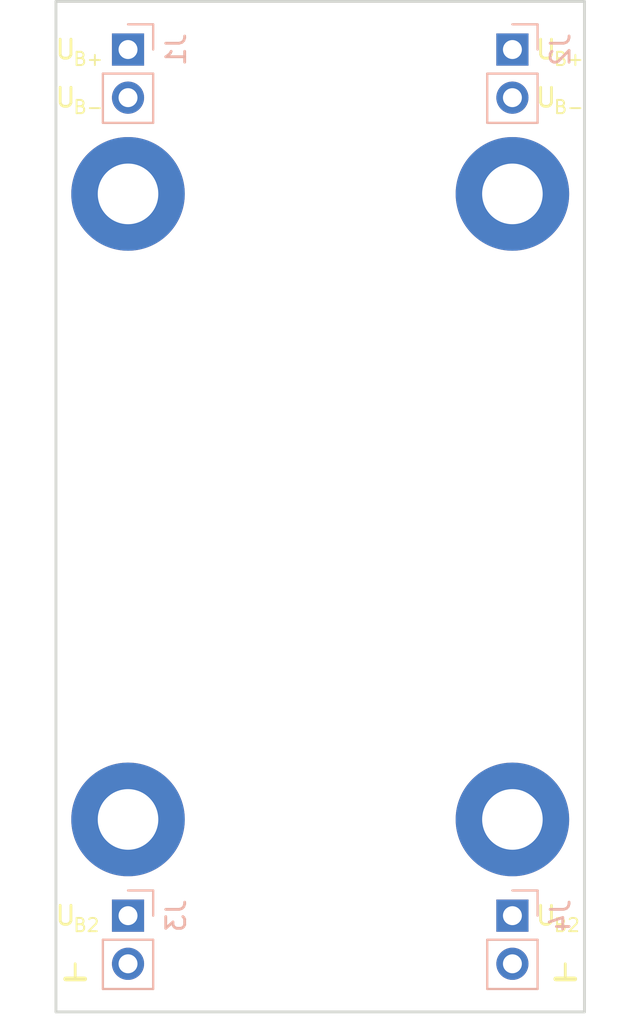
<source format=kicad_pcb>
(kicad_pcb (version 20171130) (host pcbnew 5.0.2+dfsg1-1~bpo9+1)

  (general
    (thickness 1.6)
    (drawings 4)
    (tracks 4)
    (zones 0)
    (modules 12)
    (nets 5)
  )

  (page A4)
  (layers
    (0 F.Cu signal)
    (31 B.Cu signal)
    (32 B.Adhes user)
    (33 F.Adhes user)
    (34 B.Paste user)
    (35 F.Paste user)
    (36 B.SilkS user)
    (37 F.SilkS user)
    (38 B.Mask user)
    (39 F.Mask user)
    (40 Dwgs.User user)
    (41 Cmts.User user)
    (42 Eco1.User user)
    (43 Eco2.User user)
    (44 Edge.Cuts user)
    (45 Margin user)
    (46 B.CrtYd user)
    (47 F.CrtYd user)
    (48 B.Fab user)
    (49 F.Fab user)
  )

  (setup
    (last_trace_width 0.25)
    (trace_clearance 0.2)
    (zone_clearance 0.508)
    (zone_45_only no)
    (trace_min 0.2)
    (segment_width 0.2)
    (edge_width 0.15)
    (via_size 0.8)
    (via_drill 0.4)
    (via_min_size 0.4)
    (via_min_drill 0.3)
    (uvia_size 0.3)
    (uvia_drill 0.1)
    (uvias_allowed no)
    (uvia_min_size 0.2)
    (uvia_min_drill 0.1)
    (pcb_text_width 0.3)
    (pcb_text_size 1.5 1.5)
    (mod_edge_width 0.15)
    (mod_text_size 1 1)
    (mod_text_width 0.15)
    (pad_size 1.524 1.524)
    (pad_drill 0.762)
    (pad_to_mask_clearance 0.051)
    (solder_mask_min_width 0.25)
    (aux_axis_origin 0 0)
    (visible_elements FFFFFF7F)
    (pcbplotparams
      (layerselection 0x010fc_ffffffff)
      (usegerberextensions false)
      (usegerberattributes false)
      (usegerberadvancedattributes false)
      (creategerberjobfile false)
      (excludeedgelayer true)
      (linewidth 0.100000)
      (plotframeref false)
      (viasonmask false)
      (mode 1)
      (useauxorigin false)
      (hpglpennumber 1)
      (hpglpenspeed 20)
      (hpglpendiameter 15.000000)
      (psnegative false)
      (psa4output false)
      (plotreference true)
      (plotvalue true)
      (plotinvisibletext false)
      (padsonsilk false)
      (subtractmaskfromsilk false)
      (outputformat 1)
      (mirror false)
      (drillshape 1)
      (scaleselection 1)
      (outputdirectory ""))
  )

  (net 0 "")
  (net 1 -15V)
  (net 2 +15V)
  (net 3 GND)
  (net 4 +5V)

  (net_class Default "Dies ist die voreingestellte Netzklasse."
    (clearance 0.2)
    (trace_width 0.25)
    (via_dia 0.8)
    (via_drill 0.4)
    (uvia_dia 0.3)
    (uvia_drill 0.1)
    (add_net +15V)
    (add_net +5V)
    (add_net -15V)
    (add_net GND)
  )

  (module Connector_PinHeader_2.54mm:PinHeader_1x02_P2.54mm_Vertical locked (layer B.Cu) (tedit 5C754175) (tstamp 5C8155FE)
    (at 78.74 91.44 180)
    (descr "Through hole straight pin header, 1x02, 2.54mm pitch, single row")
    (tags "Through hole pin header THT 1x02 2.54mm single row")
    (path /5C753BE3)
    (fp_text reference J1 (at -2.54 0 270) (layer B.SilkS)
      (effects (font (size 1 1) (thickness 0.15)) (justify mirror))
    )
    (fp_text value Conn_01x02_Male (at 0 -4.87 180) (layer B.Fab)
      (effects (font (size 1 1) (thickness 0.15)) (justify mirror))
    )
    (fp_text user %R (at 0 -1.27 90) (layer B.Fab)
      (effects (font (size 1 1) (thickness 0.15)) (justify mirror))
    )
    (fp_line (start 1.8 1.8) (end -1.8 1.8) (layer B.CrtYd) (width 0.05))
    (fp_line (start 1.8 -4.35) (end 1.8 1.8) (layer B.CrtYd) (width 0.05))
    (fp_line (start -1.8 -4.35) (end 1.8 -4.35) (layer B.CrtYd) (width 0.05))
    (fp_line (start -1.8 1.8) (end -1.8 -4.35) (layer B.CrtYd) (width 0.05))
    (fp_line (start -1.33 1.33) (end 0 1.33) (layer B.SilkS) (width 0.12))
    (fp_line (start -1.33 0) (end -1.33 1.33) (layer B.SilkS) (width 0.12))
    (fp_line (start -1.33 -1.27) (end 1.33 -1.27) (layer B.SilkS) (width 0.12))
    (fp_line (start 1.33 -1.27) (end 1.33 -3.87) (layer B.SilkS) (width 0.12))
    (fp_line (start -1.33 -1.27) (end -1.33 -3.87) (layer B.SilkS) (width 0.12))
    (fp_line (start -1.33 -3.87) (end 1.33 -3.87) (layer B.SilkS) (width 0.12))
    (fp_line (start -1.27 0.635) (end -0.635 1.27) (layer B.Fab) (width 0.1))
    (fp_line (start -1.27 -3.81) (end -1.27 0.635) (layer B.Fab) (width 0.1))
    (fp_line (start 1.27 -3.81) (end -1.27 -3.81) (layer B.Fab) (width 0.1))
    (fp_line (start 1.27 1.27) (end 1.27 -3.81) (layer B.Fab) (width 0.1))
    (fp_line (start -0.635 1.27) (end 1.27 1.27) (layer B.Fab) (width 0.1))
    (pad 2 thru_hole oval (at 0 -2.54 180) (size 1.7 1.7) (drill 1) (layers *.Cu *.Mask)
      (net 1 -15V))
    (pad 1 thru_hole rect (at 0 0 180) (size 1.7 1.7) (drill 1) (layers *.Cu *.Mask)
      (net 2 +15V))
    (model ${KISYS3DMOD}/Connector_PinHeader_2.54mm.3dshapes/PinHeader_1x02_P2.54mm_Vertical.wrl
      (at (xyz 0 0 0))
      (scale (xyz 1 1 1))
      (rotate (xyz 0 0 0))
    )
  )

  (module Connector_PinHeader_2.54mm:PinHeader_1x02_P2.54mm_Vertical locked (layer B.Cu) (tedit 59FED5CC) (tstamp 5C81530B)
    (at 99.06 91.44 180)
    (descr "Through hole straight pin header, 1x02, 2.54mm pitch, single row")
    (tags "Through hole pin header THT 1x02 2.54mm single row")
    (path /5C753A3D)
    (fp_text reference J2 (at -2.54 0 270) (layer B.SilkS)
      (effects (font (size 1 1) (thickness 0.15)) (justify mirror))
    )
    (fp_text value Conn_01x02_Male (at 0 -4.87 180) (layer B.Fab)
      (effects (font (size 1 1) (thickness 0.15)) (justify mirror))
    )
    (fp_line (start -0.635 1.27) (end 1.27 1.27) (layer B.Fab) (width 0.1))
    (fp_line (start 1.27 1.27) (end 1.27 -3.81) (layer B.Fab) (width 0.1))
    (fp_line (start 1.27 -3.81) (end -1.27 -3.81) (layer B.Fab) (width 0.1))
    (fp_line (start -1.27 -3.81) (end -1.27 0.635) (layer B.Fab) (width 0.1))
    (fp_line (start -1.27 0.635) (end -0.635 1.27) (layer B.Fab) (width 0.1))
    (fp_line (start -1.33 -3.87) (end 1.33 -3.87) (layer B.SilkS) (width 0.12))
    (fp_line (start -1.33 -1.27) (end -1.33 -3.87) (layer B.SilkS) (width 0.12))
    (fp_line (start 1.33 -1.27) (end 1.33 -3.87) (layer B.SilkS) (width 0.12))
    (fp_line (start -1.33 -1.27) (end 1.33 -1.27) (layer B.SilkS) (width 0.12))
    (fp_line (start -1.33 0) (end -1.33 1.33) (layer B.SilkS) (width 0.12))
    (fp_line (start -1.33 1.33) (end 0 1.33) (layer B.SilkS) (width 0.12))
    (fp_line (start -1.8 1.8) (end -1.8 -4.35) (layer B.CrtYd) (width 0.05))
    (fp_line (start -1.8 -4.35) (end 1.8 -4.35) (layer B.CrtYd) (width 0.05))
    (fp_line (start 1.8 -4.35) (end 1.8 1.8) (layer B.CrtYd) (width 0.05))
    (fp_line (start 1.8 1.8) (end -1.8 1.8) (layer B.CrtYd) (width 0.05))
    (fp_text user %R (at 0 -1.27 90) (layer B.Fab)
      (effects (font (size 1 1) (thickness 0.15)) (justify mirror))
    )
    (pad 1 thru_hole rect (at 0 0 180) (size 1.7 1.7) (drill 1) (layers *.Cu *.Mask)
      (net 2 +15V))
    (pad 2 thru_hole oval (at 0 -2.54 180) (size 1.7 1.7) (drill 1) (layers *.Cu *.Mask)
      (net 1 -15V))
    (model ${KISYS3DMOD}/Connector_PinHeader_2.54mm.3dshapes/PinHeader_1x02_P2.54mm_Vertical.wrl
      (at (xyz 0 0 0))
      (scale (xyz 1 1 1))
      (rotate (xyz 0 0 0))
    )
  )

  (module Connector_PinHeader_2.54mm:PinHeader_1x02_P2.54mm_Vertical locked (layer B.Cu) (tedit 59FED5CC) (tstamp 5C8157B0)
    (at 78.74 137.16 180)
    (descr "Through hole straight pin header, 1x02, 2.54mm pitch, single row")
    (tags "Through hole pin header THT 1x02 2.54mm single row")
    (path /5C753C9E)
    (fp_text reference J3 (at -2.54 0 270) (layer B.SilkS)
      (effects (font (size 1 1) (thickness 0.15)) (justify mirror))
    )
    (fp_text value Conn_01x02_Male (at 0 -4.87 180) (layer B.Fab)
      (effects (font (size 1 1) (thickness 0.15)) (justify mirror))
    )
    (fp_text user %R (at 0 -1.27 90) (layer B.Fab)
      (effects (font (size 1 1) (thickness 0.15)) (justify mirror))
    )
    (fp_line (start 1.8 1.8) (end -1.8 1.8) (layer B.CrtYd) (width 0.05))
    (fp_line (start 1.8 -4.35) (end 1.8 1.8) (layer B.CrtYd) (width 0.05))
    (fp_line (start -1.8 -4.35) (end 1.8 -4.35) (layer B.CrtYd) (width 0.05))
    (fp_line (start -1.8 1.8) (end -1.8 -4.35) (layer B.CrtYd) (width 0.05))
    (fp_line (start -1.33 1.33) (end 0 1.33) (layer B.SilkS) (width 0.12))
    (fp_line (start -1.33 0) (end -1.33 1.33) (layer B.SilkS) (width 0.12))
    (fp_line (start -1.33 -1.27) (end 1.33 -1.27) (layer B.SilkS) (width 0.12))
    (fp_line (start 1.33 -1.27) (end 1.33 -3.87) (layer B.SilkS) (width 0.12))
    (fp_line (start -1.33 -1.27) (end -1.33 -3.87) (layer B.SilkS) (width 0.12))
    (fp_line (start -1.33 -3.87) (end 1.33 -3.87) (layer B.SilkS) (width 0.12))
    (fp_line (start -1.27 0.635) (end -0.635 1.27) (layer B.Fab) (width 0.1))
    (fp_line (start -1.27 -3.81) (end -1.27 0.635) (layer B.Fab) (width 0.1))
    (fp_line (start 1.27 -3.81) (end -1.27 -3.81) (layer B.Fab) (width 0.1))
    (fp_line (start 1.27 1.27) (end 1.27 -3.81) (layer B.Fab) (width 0.1))
    (fp_line (start -0.635 1.27) (end 1.27 1.27) (layer B.Fab) (width 0.1))
    (pad 2 thru_hole oval (at 0 -2.54 180) (size 1.7 1.7) (drill 1) (layers *.Cu *.Mask)
      (net 3 GND))
    (pad 1 thru_hole rect (at 0 0 180) (size 1.7 1.7) (drill 1) (layers *.Cu *.Mask)
      (net 4 +5V))
    (model ${KISYS3DMOD}/Connector_PinHeader_2.54mm.3dshapes/PinHeader_1x02_P2.54mm_Vertical.wrl
      (at (xyz 0 0 0))
      (scale (xyz 1 1 1))
      (rotate (xyz 0 0 0))
    )
  )

  (module Connector_PinHeader_2.54mm:PinHeader_1x02_P2.54mm_Vertical locked (layer B.Cu) (tedit 59FED5CC) (tstamp 5C815337)
    (at 99.06 137.16 180)
    (descr "Through hole straight pin header, 1x02, 2.54mm pitch, single row")
    (tags "Through hole pin header THT 1x02 2.54mm single row")
    (path /5C753D1D)
    (fp_text reference J4 (at -2.54 0 270) (layer B.SilkS)
      (effects (font (size 1 1) (thickness 0.15)) (justify mirror))
    )
    (fp_text value Conn_01x02_Male (at 0 -4.87 180) (layer B.Fab)
      (effects (font (size 1 1) (thickness 0.15)) (justify mirror))
    )
    (fp_line (start -0.635 1.27) (end 1.27 1.27) (layer B.Fab) (width 0.1))
    (fp_line (start 1.27 1.27) (end 1.27 -3.81) (layer B.Fab) (width 0.1))
    (fp_line (start 1.27 -3.81) (end -1.27 -3.81) (layer B.Fab) (width 0.1))
    (fp_line (start -1.27 -3.81) (end -1.27 0.635) (layer B.Fab) (width 0.1))
    (fp_line (start -1.27 0.635) (end -0.635 1.27) (layer B.Fab) (width 0.1))
    (fp_line (start -1.33 -3.87) (end 1.33 -3.87) (layer B.SilkS) (width 0.12))
    (fp_line (start -1.33 -1.27) (end -1.33 -3.87) (layer B.SilkS) (width 0.12))
    (fp_line (start 1.33 -1.27) (end 1.33 -3.87) (layer B.SilkS) (width 0.12))
    (fp_line (start -1.33 -1.27) (end 1.33 -1.27) (layer B.SilkS) (width 0.12))
    (fp_line (start -1.33 0) (end -1.33 1.33) (layer B.SilkS) (width 0.12))
    (fp_line (start -1.33 1.33) (end 0 1.33) (layer B.SilkS) (width 0.12))
    (fp_line (start -1.8 1.8) (end -1.8 -4.35) (layer B.CrtYd) (width 0.05))
    (fp_line (start -1.8 -4.35) (end 1.8 -4.35) (layer B.CrtYd) (width 0.05))
    (fp_line (start 1.8 -4.35) (end 1.8 1.8) (layer B.CrtYd) (width 0.05))
    (fp_line (start 1.8 1.8) (end -1.8 1.8) (layer B.CrtYd) (width 0.05))
    (fp_text user %R (at 0 -1.27 90) (layer B.Fab)
      (effects (font (size 1 1) (thickness 0.15)) (justify mirror))
    )
    (pad 1 thru_hole rect (at 0 0 180) (size 1.7 1.7) (drill 1) (layers *.Cu *.Mask)
      (net 4 +5V))
    (pad 2 thru_hole oval (at 0 -2.54 180) (size 1.7 1.7) (drill 1) (layers *.Cu *.Mask)
      (net 3 GND))
    (model ${KISYS3DMOD}/Connector_PinHeader_2.54mm.3dshapes/PinHeader_1x02_P2.54mm_Vertical.wrl
      (at (xyz 0 0 0))
      (scale (xyz 1 1 1))
      (rotate (xyz 0 0 0))
    )
  )

  (module Symbol-emt:Text_U_B+_Silkscreen (layer F.Cu) (tedit 5CA4D6E4) (tstamp 5CAC52CA)
    (at 75.438 91.44)
    (descr "Voltage Label Betriebsspannung")
    (tags "Voltage Label Betriebsspannung")
    (attr virtual)
    (fp_text reference REF** (at 0 1.65) (layer F.SilkS) hide
      (effects (font (size 1 1) (thickness 0.15)))
    )
    (fp_text value Text_U_B+_Silkscreen (at 0 -1.5) (layer F.Fab) hide
      (effects (font (size 1 1) (thickness 0.15)))
    )
    (fp_text user B+ (at 1.2 0.5) (layer F.SilkS)
      (effects (font (size 0.7 0.7) (thickness 0.1)))
    )
    (fp_text user U (at 0 0) (layer F.SilkS)
      (effects (font (size 1 1) (thickness 0.15)))
    )
  )

  (module Symbol-emt:Text_U_B-_Silkscreen (layer F.Cu) (tedit 5CA4D70B) (tstamp 5CAC5305)
    (at 75.438 93.98)
    (descr "Voltage Label Betriebsspannung")
    (tags "Voltage Label Betriebsspannung")
    (attr virtual)
    (fp_text reference REF** (at 0 1.65) (layer F.SilkS) hide
      (effects (font (size 1 1) (thickness 0.15)))
    )
    (fp_text value Text_U_B-_Silkscreen (at 0 -1.5) (layer F.Fab) hide
      (effects (font (size 1 1) (thickness 0.15)))
    )
    (fp_text user B- (at 1.2 0.5) (layer F.SilkS)
      (effects (font (size 0.7 0.7) (thickness 0.1)))
    )
    (fp_text user U (at 0 0) (layer F.SilkS)
      (effects (font (size 1 1) (thickness 0.15)))
    )
  )

  (module Symbol-emt:Text_U_B2_Silkscreen (layer F.Cu) (tedit 5CA4D7AD) (tstamp 5CAC531F)
    (at 75.438 137.16)
    (descr "Voltage Label Betriebsspannung")
    (tags "Voltage Label Betriebsspannung")
    (attr virtual)
    (fp_text reference REF** (at 0 1.65) (layer F.SilkS) hide
      (effects (font (size 1 1) (thickness 0.15)))
    )
    (fp_text value Text_U_B2_Silkscreen (at 0 -1.5) (layer F.Fab) hide
      (effects (font (size 1 1) (thickness 0.15)))
    )
    (fp_text user B2 (at 1.1 0.5) (layer F.SilkS)
      (effects (font (size 0.7 0.7) (thickness 0.1)))
    )
    (fp_text user U (at 0 0) (layer F.SilkS)
      (effects (font (size 1 1) (thickness 0.15)))
    )
  )

  (module Symbol-emt:Symbol_GND_Silkscreen (layer F.Cu) (tedit 5CA5EB6D) (tstamp 5CAC533E)
    (at 75.946 139.7)
    (descr "Symbol GND")
    (tags "Symbol GND")
    (attr virtual)
    (fp_text reference REF** (at 0 1.6) (layer F.SilkS) hide
      (effects (font (size 1 1) (thickness 0.15)))
    )
    (fp_text value Symbol_GND_Silkscreen (at 0 -0.75) (layer F.Fab) hide
      (effects (font (size 1 1) (thickness 0.15)))
    )
    (fp_line (start 0 0.8) (end 0 0) (layer F.SilkS) (width 0.15))
    (fp_line (start -0.5 0.8) (end 0.5 0.8) (layer F.SilkS) (width 0.25))
  )

  (module Symbol-emt:Text_U_B+_Silkscreen (layer F.Cu) (tedit 5CA4D6E4) (tstamp 5CAC5358)
    (at 100.838 91.44)
    (descr "Voltage Label Betriebsspannung")
    (tags "Voltage Label Betriebsspannung")
    (attr virtual)
    (fp_text reference REF** (at 0 1.65) (layer F.SilkS) hide
      (effects (font (size 1 1) (thickness 0.15)))
    )
    (fp_text value Text_U_B+_Silkscreen (at 0 -1.5) (layer F.Fab) hide
      (effects (font (size 1 1) (thickness 0.15)))
    )
    (fp_text user B+ (at 1.2 0.5) (layer F.SilkS)
      (effects (font (size 0.7 0.7) (thickness 0.1)))
    )
    (fp_text user U (at 0 0) (layer F.SilkS)
      (effects (font (size 1 1) (thickness 0.15)))
    )
  )

  (module Symbol-emt:Text_U_B-_Silkscreen (layer F.Cu) (tedit 5CA4D70B) (tstamp 5CAC5372)
    (at 100.838 93.98)
    (descr "Voltage Label Betriebsspannung")
    (tags "Voltage Label Betriebsspannung")
    (attr virtual)
    (fp_text reference REF** (at 0 1.65) (layer F.SilkS) hide
      (effects (font (size 1 1) (thickness 0.15)))
    )
    (fp_text value Text_U_B-_Silkscreen (at 0 -1.5) (layer F.Fab) hide
      (effects (font (size 1 1) (thickness 0.15)))
    )
    (fp_text user B- (at 1.2 0.5) (layer F.SilkS)
      (effects (font (size 0.7 0.7) (thickness 0.1)))
    )
    (fp_text user U (at 0 0) (layer F.SilkS)
      (effects (font (size 1 1) (thickness 0.15)))
    )
  )

  (module Symbol-emt:Text_U_B2_Silkscreen (layer F.Cu) (tedit 5CA4D7AD) (tstamp 5CAC538C)
    (at 100.838 137.16)
    (descr "Voltage Label Betriebsspannung")
    (tags "Voltage Label Betriebsspannung")
    (attr virtual)
    (fp_text reference REF** (at 0 1.65) (layer F.SilkS) hide
      (effects (font (size 1 1) (thickness 0.15)))
    )
    (fp_text value Text_U_B2_Silkscreen (at 0 -1.5) (layer F.Fab) hide
      (effects (font (size 1 1) (thickness 0.15)))
    )
    (fp_text user B2 (at 1.1 0.5) (layer F.SilkS)
      (effects (font (size 0.7 0.7) (thickness 0.1)))
    )
    (fp_text user U (at 0 0) (layer F.SilkS)
      (effects (font (size 1 1) (thickness 0.15)))
    )
  )

  (module Symbol-emt:Symbol_GND_Silkscreen (layer F.Cu) (tedit 5CA5EB6D) (tstamp 5CAC53A6)
    (at 101.854 139.7)
    (descr "Symbol GND")
    (tags "Symbol GND")
    (attr virtual)
    (fp_text reference REF** (at 0 1.6) (layer F.SilkS) hide
      (effects (font (size 1 1) (thickness 0.15)))
    )
    (fp_text value Symbol_GND_Silkscreen (at 0 -0.75) (layer F.Fab) hide
      (effects (font (size 1 1) (thickness 0.15)))
    )
    (fp_line (start 0 0.8) (end 0 0) (layer F.SilkS) (width 0.15))
    (fp_line (start -0.5 0.8) (end 0.5 0.8) (layer F.SilkS) (width 0.25))
  )

  (gr_line (start 102.87 88.9) (end 102.87 142.24) (layer Edge.Cuts) (width 0.15) (tstamp 5C815404))
  (gr_line (start 74.93 142.24) (end 102.87 142.24) (layer Edge.Cuts) (width 0.15) (tstamp 5C815401))
  (gr_line (start 74.93 88.9) (end 102.87 88.9) (layer Edge.Cuts) (width 0.15))
  (gr_line (start 74.93 88.9) (end 74.93 142.24) (layer Edge.Cuts) (width 0.15))

  (via (at 78.74 99.06) (size 6) (drill 3.2) (layers F.Cu B.Cu) (net 0) (status 40000))
  (via (at 99.06 99.06) (size 6) (drill 3.2) (layers F.Cu B.Cu) (net 0) (tstamp 5C815805) (status 40000))
  (via (at 99.06 132.08) (size 6) (drill 3.2) (layers F.Cu B.Cu) (net 0) (tstamp 5C815807) (status 40000))
  (via (at 78.74 132.08) (size 6) (drill 3.2) (layers F.Cu B.Cu) (net 0) (tstamp 5C815809) (status 40000))

)

</source>
